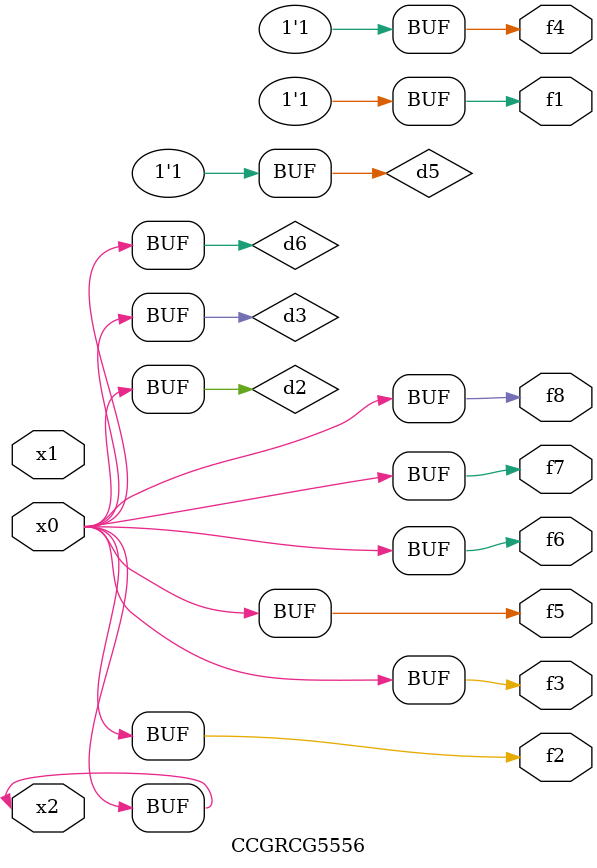
<source format=v>
module CCGRCG5556(
	input x0, x1, x2,
	output f1, f2, f3, f4, f5, f6, f7, f8
);

	wire d1, d2, d3, d4, d5, d6;

	xnor (d1, x2);
	buf (d2, x0, x2);
	and (d3, x0);
	xnor (d4, x1, x2);
	nand (d5, d1, d3);
	buf (d6, d2, d3);
	assign f1 = d5;
	assign f2 = d6;
	assign f3 = d6;
	assign f4 = d5;
	assign f5 = d6;
	assign f6 = d6;
	assign f7 = d6;
	assign f8 = d6;
endmodule

</source>
